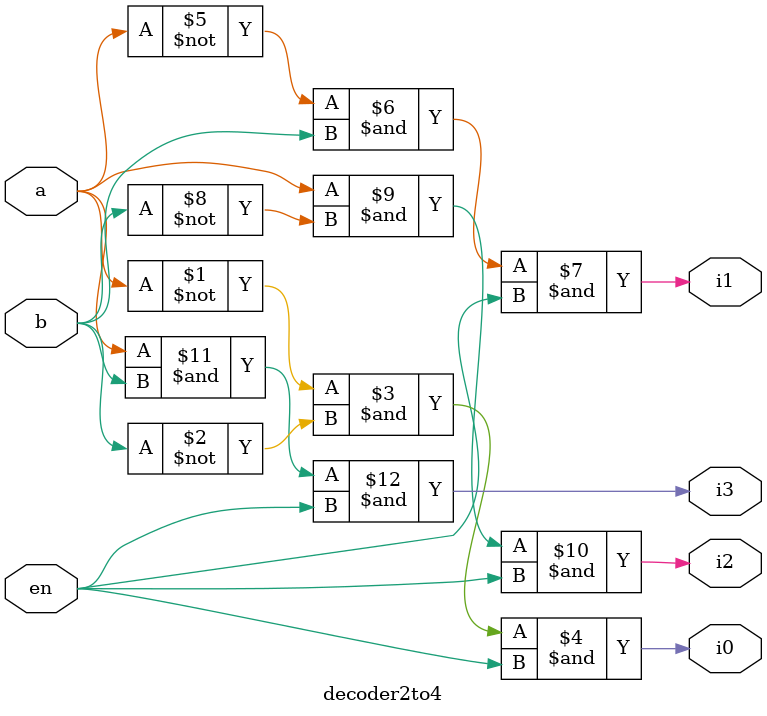
<source format=v>
module decoder2to4(a,b,en,i0,i1,i2,i3);
input a,b,en;
output i0,i1,i2,i3;
assign i0 = (~a)&(~b)&en;
assign i1 = (~a)&(b)&en;
assign i2 = (a)&(~b)&en;
assign i3 = (a)&(b)&en;
endmodule


</source>
